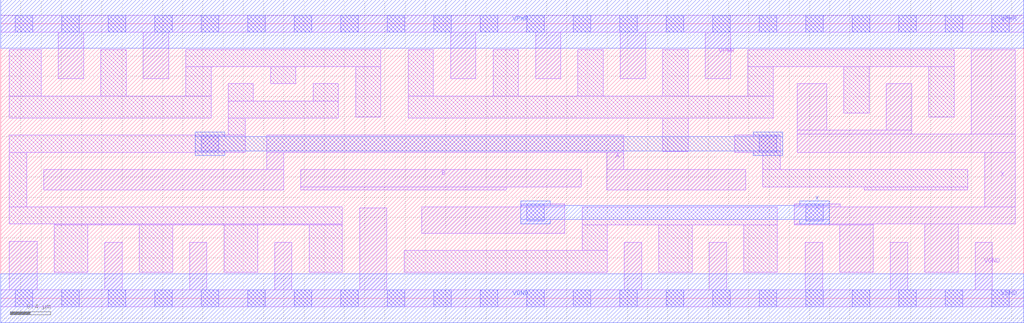
<source format=lef>
# Copyright 2020 The SkyWater PDK Authors
#
# Licensed under the Apache License, Version 2.0 (the "License");
# you may not use this file except in compliance with the License.
# You may obtain a copy of the License at
#
#     https://www.apache.org/licenses/LICENSE-2.0
#
# Unless required by applicable law or agreed to in writing, software
# distributed under the License is distributed on an "AS IS" BASIS,
# WITHOUT WARRANTIES OR CONDITIONS OF ANY KIND, either express or implied.
# See the License for the specific language governing permissions and
# limitations under the License.
#
# SPDX-License-Identifier: Apache-2.0

VERSION 5.7 ;
  NAMESCASESENSITIVE ON ;
  NOWIREEXTENSIONATPIN ON ;
  DIVIDERCHAR "/" ;
  BUSBITCHARS "[]" ;
UNITS
  DATABASE MICRONS 200 ;
END UNITS
MACRO sky130_fd_sc_hd__xor2_4
  CLASS CORE ;
  SOURCE USER ;
  FOREIGN sky130_fd_sc_hd__xor2_4 ;
  ORIGIN  0.000000  0.000000 ;
  SIZE  10.12000 BY  2.720000 ;
  SYMMETRY X Y R90 ;
  SITE unithd ;
  PIN A
    ANTENNAGATEAREA  1.980000 ;
    DIRECTION INPUT ;
    USE SIGNAL ;
    PORT
      LAYER li1 ;
        RECT 0.425000 1.075000 2.800000 1.275000 ;
        RECT 2.630000 1.275000 2.800000 1.445000 ;
        RECT 2.630000 1.445000 6.165000 1.615000 ;
        RECT 5.995000 1.075000 7.370000 1.275000 ;
        RECT 5.995000 1.275000 6.165000 1.445000 ;
    END
  END A
  PIN B
    ANTENNAGATEAREA  1.980000 ;
    DIRECTION INPUT ;
    USE SIGNAL ;
    PORT
      LAYER li1 ;
        RECT 2.970000 1.075000 5.000000 1.105000 ;
        RECT 2.970000 1.105000 5.740000 1.275000 ;
    END
  END B
  PIN X
    ANTENNADIFFAREA  1.524450 ;
    DIRECTION OUTPUT ;
    USE SIGNAL ;
    PORT
      LAYER li1 ;
        RECT 4.165000 0.645000  5.580000 0.905000 ;
        RECT 5.150000 0.905000  5.580000 0.935000 ;
        RECT 7.850000 0.725000  8.630000 0.735000 ;
        RECT 7.850000 0.735000 10.035000 0.905000 ;
        RECT 7.850000 0.905000  8.305000 0.935000 ;
        RECT 7.880000 1.445000 10.035000 1.625000 ;
        RECT 7.880000 1.625000  9.010000 1.665000 ;
        RECT 7.880000 1.665000  8.170000 2.125000 ;
        RECT 8.300000 0.255000  8.630000 0.725000 ;
        RECT 8.760000 1.665000  9.010000 2.125000 ;
        RECT 9.140000 0.255000  9.470000 0.735000 ;
        RECT 9.600000 1.625000 10.035000 2.465000 ;
        RECT 9.735000 0.905000 10.035000 1.445000 ;
      LAYER mcon ;
        RECT 5.205000 0.765000 5.375000 0.935000 ;
        RECT 7.965000 0.765000 8.135000 0.935000 ;
      LAYER met1 ;
        RECT 5.145000 0.735000 5.435000 0.780000 ;
        RECT 5.145000 0.780000 8.195000 0.920000 ;
        RECT 5.145000 0.920000 5.435000 0.965000 ;
        RECT 7.905000 0.735000 8.195000 0.780000 ;
        RECT 7.905000 0.920000 8.195000 0.965000 ;
    END
  END X
  PIN VGND
    DIRECTION INOUT ;
    SHAPE ABUTMENT ;
    USE GROUND ;
    PORT
      LAYER li1 ;
        RECT 0.000000 -0.085000 10.120000 0.085000 ;
        RECT 0.085000  0.085000  0.360000 0.565000 ;
        RECT 1.030000  0.085000  1.200000 0.555000 ;
        RECT 1.870000  0.085000  2.040000 0.555000 ;
        RECT 2.710000  0.085000  2.880000 0.555000 ;
        RECT 3.550000  0.085000  3.820000 0.895000 ;
        RECT 6.170000  0.085000  6.340000 0.555000 ;
        RECT 7.010000  0.085000  7.180000 0.555000 ;
        RECT 7.960000  0.085000  8.130000 0.555000 ;
        RECT 8.800000  0.085000  8.970000 0.555000 ;
        RECT 9.640000  0.085000  9.810000 0.555000 ;
      LAYER mcon ;
        RECT 0.145000 -0.085000 0.315000 0.085000 ;
        RECT 0.605000 -0.085000 0.775000 0.085000 ;
        RECT 1.065000 -0.085000 1.235000 0.085000 ;
        RECT 1.525000 -0.085000 1.695000 0.085000 ;
        RECT 1.985000 -0.085000 2.155000 0.085000 ;
        RECT 2.445000 -0.085000 2.615000 0.085000 ;
        RECT 2.905000 -0.085000 3.075000 0.085000 ;
        RECT 3.365000 -0.085000 3.535000 0.085000 ;
        RECT 3.825000 -0.085000 3.995000 0.085000 ;
        RECT 4.285000 -0.085000 4.455000 0.085000 ;
        RECT 4.745000 -0.085000 4.915000 0.085000 ;
        RECT 5.205000 -0.085000 5.375000 0.085000 ;
        RECT 5.665000 -0.085000 5.835000 0.085000 ;
        RECT 6.125000 -0.085000 6.295000 0.085000 ;
        RECT 6.585000 -0.085000 6.755000 0.085000 ;
        RECT 7.045000 -0.085000 7.215000 0.085000 ;
        RECT 7.505000 -0.085000 7.675000 0.085000 ;
        RECT 7.965000 -0.085000 8.135000 0.085000 ;
        RECT 8.425000 -0.085000 8.595000 0.085000 ;
        RECT 8.885000 -0.085000 9.055000 0.085000 ;
        RECT 9.345000 -0.085000 9.515000 0.085000 ;
        RECT 9.805000 -0.085000 9.975000 0.085000 ;
      LAYER met1 ;
        RECT 0.000000 -0.240000 10.120000 0.240000 ;
    END
  END VGND
  PIN VPWR
    DIRECTION INOUT ;
    SHAPE ABUTMENT ;
    USE POWER ;
    PORT
      LAYER li1 ;
        RECT 0.000000 2.635000 10.120000 2.805000 ;
        RECT 0.570000 2.175000  0.820000 2.635000 ;
        RECT 1.410000 2.175000  1.660000 2.635000 ;
        RECT 4.450000 2.175000  4.700000 2.635000 ;
        RECT 5.290000 2.175000  5.540000 2.635000 ;
        RECT 6.130000 2.175000  6.380000 2.635000 ;
        RECT 6.970000 2.175000  7.220000 2.635000 ;
      LAYER mcon ;
        RECT 0.145000 2.635000 0.315000 2.805000 ;
        RECT 0.605000 2.635000 0.775000 2.805000 ;
        RECT 1.065000 2.635000 1.235000 2.805000 ;
        RECT 1.525000 2.635000 1.695000 2.805000 ;
        RECT 1.985000 2.635000 2.155000 2.805000 ;
        RECT 2.445000 2.635000 2.615000 2.805000 ;
        RECT 2.905000 2.635000 3.075000 2.805000 ;
        RECT 3.365000 2.635000 3.535000 2.805000 ;
        RECT 3.825000 2.635000 3.995000 2.805000 ;
        RECT 4.285000 2.635000 4.455000 2.805000 ;
        RECT 4.745000 2.635000 4.915000 2.805000 ;
        RECT 5.205000 2.635000 5.375000 2.805000 ;
        RECT 5.665000 2.635000 5.835000 2.805000 ;
        RECT 6.125000 2.635000 6.295000 2.805000 ;
        RECT 6.585000 2.635000 6.755000 2.805000 ;
        RECT 7.045000 2.635000 7.215000 2.805000 ;
        RECT 7.505000 2.635000 7.675000 2.805000 ;
        RECT 7.965000 2.635000 8.135000 2.805000 ;
        RECT 8.425000 2.635000 8.595000 2.805000 ;
        RECT 8.885000 2.635000 9.055000 2.805000 ;
        RECT 9.345000 2.635000 9.515000 2.805000 ;
        RECT 9.805000 2.635000 9.975000 2.805000 ;
      LAYER met1 ;
        RECT 0.000000 2.480000 10.120000 2.960000 ;
    END
  END VPWR
  OBS
    LAYER li1 ;
      RECT 0.085000 0.735000 3.380000 0.905000 ;
      RECT 0.085000 0.905000 0.255000 1.445000 ;
      RECT 0.085000 1.445000 2.420000 1.615000 ;
      RECT 0.085000 1.785000 2.080000 2.005000 ;
      RECT 0.085000 2.005000 0.400000 2.465000 ;
      RECT 0.530000 0.255000 0.860000 0.725000 ;
      RECT 0.530000 0.725000 3.380000 0.735000 ;
      RECT 0.990000 2.005000 1.240000 2.465000 ;
      RECT 1.370000 0.255000 1.700000 0.725000 ;
      RECT 1.830000 2.005000 2.080000 2.295000 ;
      RECT 1.830000 2.295000 3.760000 2.465000 ;
      RECT 2.210000 0.255000 2.540000 0.725000 ;
      RECT 2.250000 1.615000 2.420000 1.785000 ;
      RECT 2.250000 1.785000 3.340000 1.955000 ;
      RECT 2.250000 1.955000 2.500000 2.125000 ;
      RECT 2.670000 2.125000 2.920000 2.295000 ;
      RECT 3.050000 0.255000 3.380000 0.725000 ;
      RECT 3.090000 1.955000 3.340000 2.125000 ;
      RECT 3.510000 1.795000 3.760000 2.295000 ;
      RECT 3.990000 0.255000 6.000000 0.475000 ;
      RECT 4.030000 1.785000 7.640000 2.005000 ;
      RECT 4.030000 2.005000 4.280000 2.465000 ;
      RECT 4.870000 2.005000 5.120000 2.465000 ;
      RECT 5.710000 2.005000 5.960000 2.465000 ;
      RECT 5.750000 0.475000 6.000000 0.725000 ;
      RECT 5.750000 0.725000 7.680000 0.905000 ;
      RECT 6.510000 0.255000 6.840000 0.725000 ;
      RECT 6.550000 1.455000 6.800000 1.785000 ;
      RECT 6.550000 2.005000 6.800000 2.465000 ;
      RECT 7.260000 1.445000 7.710000 1.615000 ;
      RECT 7.350000 0.255000 7.680000 0.725000 ;
      RECT 7.390000 2.005000 7.640000 2.295000 ;
      RECT 7.390000 2.295000 9.430000 2.465000 ;
      RECT 7.540000 1.105000 9.565000 1.275000 ;
      RECT 7.540000 1.275000 7.710000 1.445000 ;
      RECT 8.340000 1.835000 8.590000 2.295000 ;
      RECT 8.540000 1.075000 9.565000 1.105000 ;
      RECT 9.180000 1.795000 9.430000 2.295000 ;
    LAYER mcon ;
      RECT 1.985000 1.445000 2.155000 1.615000 ;
      RECT 7.505000 1.445000 7.675000 1.615000 ;
    LAYER met1 ;
      RECT 1.925000 1.415000 2.215000 1.460000 ;
      RECT 1.925000 1.460000 7.735000 1.600000 ;
      RECT 1.925000 1.600000 2.215000 1.645000 ;
      RECT 7.445000 1.415000 7.735000 1.460000 ;
      RECT 7.445000 1.600000 7.735000 1.645000 ;
  END
END sky130_fd_sc_hd__xor2_4
END LIBRARY

</source>
